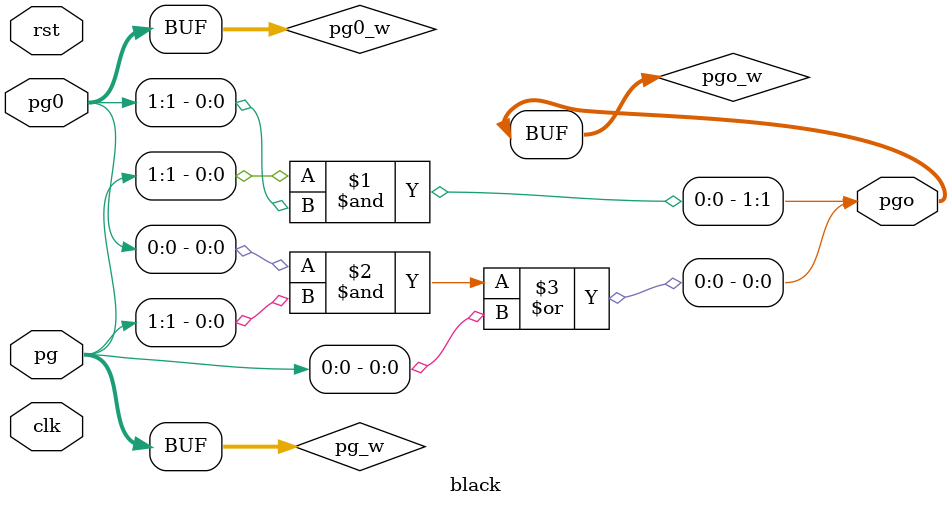
<source format=v>
`timescale 1ns / 1ps


module black (clk,rst,pg, pg0, pgo);
	input clk,rst;
    input [1:0] pg, pg0;
    output  [1:0] pgo;
    
    wire [1:0] pg_w;
    wire [1:0] pg0_w;
    wire [1:0] pgo_w;
    assign pg_w = pg;
    assign pg0_w = pg0;
//	 always @(posedge clk) begin
//		 pgo[1] <= pg[1] & pg0[1];
//		 pgo[0] <= (pg0[0] & pg[1]) | pg[0];
//	 end
    assign pgo_w[1] = pg_w[1] & pg0_w[1];
    assign pgo_w[0] = (pg0_w[0] & pg_w[1]) | pg_w[0];
    assign pgo = pgo_w;
endmodule

</source>
